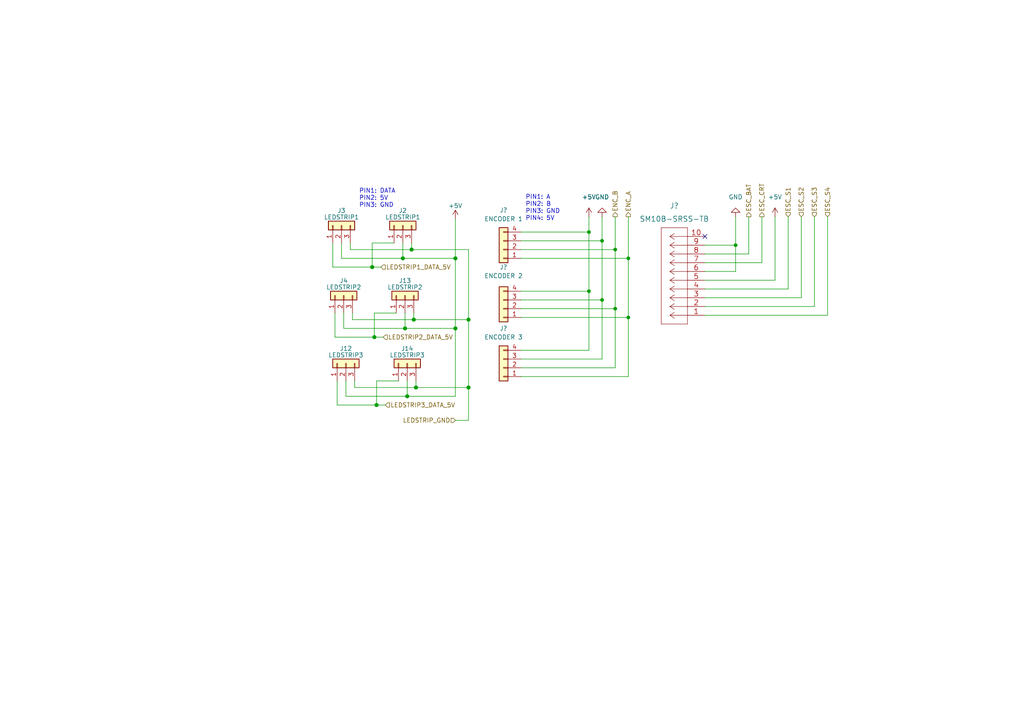
<source format=kicad_sch>
(kicad_sch (version 20211123) (generator eeschema)
  (paper "A4")
  (lib_symbols
    (symbol "Connector_Generic:Conn_01x03" (pin_names (offset 1.016) hide)
      (property "Reference" "J" (at 0 5.08 0))
      (property "Value" "Conn_01x03" (at 0 -5.08 0))
      (symbol "Conn_01x03_1_1"
        (rectangle (start -1.27 -2.413) (end 0 -2.667) (stroke (width 0.1524)))
        (rectangle (start -1.27 0.127) (end 0 -0.127) (stroke (width 0.1524)))
        (rectangle (start -1.27 2.667) (end 0 2.413) (stroke (width 0.1524)))
        (rectangle (start -1.27 3.81) (end 1.27 -3.81) (stroke (width 0.254)) (fill (type background)))
        (pin passive line (at -5.08 2.54 0) (length 3.81) (name "Pin_1") (number "1"))
        (pin passive line (at -5.08 0 0) (length 3.81) (name "Pin_2") (number "2"))
        (pin passive line (at -5.08 -2.54 0) (length 3.81) (name "Pin_3") (number "3"))
      )
    )
    (symbol "Connector_Generic:Conn_01x04" (pin_names (offset 1.016) hide)
      (property "Reference" "J" (at 0 5.08 0))
      (property "Value" "Conn_01x04" (at 0 -7.62 0))
      (symbol "Conn_01x04_1_1"
        (rectangle (start -1.27 -4.953) (end 0 -5.207) (stroke (width 0.1524)))
        (rectangle (start -1.27 -2.413) (end 0 -2.667) (stroke (width 0.1524)))
        (rectangle (start -1.27 0.127) (end 0 -0.127) (stroke (width 0.1524)))
        (rectangle (start -1.27 2.667) (end 0 2.413) (stroke (width 0.1524)))
        (rectangle (start -1.27 3.81) (end 1.27 -6.35) (stroke (width 0.254)) (fill (type background)))
        (pin passive line (at -5.08 2.54 0) (length 3.81) (name "Pin_1") (number "1"))
        (pin passive line (at -5.08 0 0) (length 3.81) (name "Pin_2") (number "2"))
        (pin passive line (at -5.08 -2.54 0) (length 3.81) (name "Pin_3") (number "3"))
        (pin passive line (at -5.08 -5.08 0) (length 3.81) (name "Pin_4") (number "4"))
      )
    )
    (symbol "SM10B-SRSS-TB:SM10B-SRSS-TB" (pin_names (offset 0.254) hide)
      (property "Reference" "J" (at 8.89 6.35 0))
      (property "Value" "SM10B-SRSS-TB" (at 10.16 -10.16 0))
      (symbol "SM10B-SRSS-TB_1_1"
        (polyline (pts (xy 5.08 -25.4) (xy 12.7 -25.4)) (stroke (width 0.127)))
        (polyline (pts (xy 5.08 2.54) (xy 5.08 -25.4)) (stroke (width 0.127)))
        (polyline (pts (xy 10.16 -22.86) (xy 5.08 -22.86)) (stroke (width 0.127)))
        (polyline (pts (xy 10.16 -22.86) (xy 8.89 -23.6982)) (stroke (width 0.127)))
        (polyline (pts (xy 10.16 -22.86) (xy 8.89 -22.0218)) (stroke (width 0.127)))
        (polyline (pts (xy 10.16 -20.32) (xy 5.08 -20.32)) (stroke (width 0.127)))
        (polyline (pts (xy 10.16 -20.32) (xy 8.89 -21.1582)) (stroke (width 0.127)))
        (polyline (pts (xy 10.16 -20.32) (xy 8.89 -19.4818)) (stroke (width 0.127)))
        (polyline (pts (xy 10.16 -17.78) (xy 5.08 -17.78)) (stroke (width 0.127)))
        (polyline (pts (xy 10.16 -17.78) (xy 8.89 -18.6182)) (stroke (width 0.127)))
        (polyline (pts (xy 10.16 -17.78) (xy 8.89 -16.9418)) (stroke (width 0.127)))
        (polyline (pts (xy 10.16 -15.24) (xy 5.08 -15.24)) (stroke (width 0.127)))
        (polyline (pts (xy 10.16 -15.24) (xy 8.89 -16.0782)) (stroke (width 0.127)))
        (polyline (pts (xy 10.16 -15.24) (xy 8.89 -14.4018)) (stroke (width 0.127)))
        (polyline (pts (xy 10.16 -12.7) (xy 5.08 -12.7)) (stroke (width 0.127)))
        (polyline (pts (xy 10.16 -12.7) (xy 8.89 -13.5382)) (stroke (width 0.127)))
        (polyline (pts (xy 10.16 -12.7) (xy 8.89 -11.8618)) (stroke (width 0.127)))
        (polyline (pts (xy 10.16 -10.16) (xy 5.08 -10.16)) (stroke (width 0.127)))
        (polyline (pts (xy 10.16 -10.16) (xy 8.89 -10.9982)) (stroke (width 0.127)))
        (polyline (pts (xy 10.16 -10.16) (xy 8.89 -9.3218)) (stroke (width 0.127)))
        (polyline (pts (xy 10.16 -7.62) (xy 5.08 -7.62)) (stroke (width 0.127)))
        (polyline (pts (xy 10.16 -7.62) (xy 8.89 -8.4582)) (stroke (width 0.127)))
        (polyline (pts (xy 10.16 -7.62) (xy 8.89 -6.7818)) (stroke (width 0.127)))
        (polyline (pts (xy 10.16 -5.08) (xy 5.08 -5.08)) (stroke (width 0.127)))
        (polyline (pts (xy 10.16 -5.08) (xy 8.89 -5.9182)) (stroke (width 0.127)))
        (polyline (pts (xy 10.16 -5.08) (xy 8.89 -4.2418)) (stroke (width 0.127)))
        (polyline (pts (xy 10.16 -2.54) (xy 5.08 -2.54)) (stroke (width 0.127)))
        (polyline (pts (xy 10.16 -2.54) (xy 8.89 -3.3782)) (stroke (width 0.127)))
        (polyline (pts (xy 10.16 -2.54) (xy 8.89 -1.7018)) (stroke (width 0.127)))
        (polyline (pts (xy 10.16 0) (xy 5.08 0)) (stroke (width 0.127)))
        (polyline (pts (xy 10.16 0) (xy 8.89 -0.8382)) (stroke (width 0.127)))
        (polyline (pts (xy 10.16 0) (xy 8.89 0.8382)) (stroke (width 0.127)))
        (polyline (pts (xy 12.7 -25.4) (xy 12.7 2.54)) (stroke (width 0.127)))
        (polyline (pts (xy 12.7 2.54) (xy 5.08 2.54)) (stroke (width 0.127)))
        (pin unspecified line (at 0 0 0) (length 5.08) (name "1") (number "1"))
        (pin unspecified line (at 0 -22.86 0) (length 5.08) (name "10") (number "10"))
        (pin unspecified line (at 0 -2.54 0) (length 5.08) (name "2") (number "2"))
        (pin unspecified line (at 0 -5.08 0) (length 5.08) (name "3") (number "3"))
        (pin unspecified line (at 0 -7.62 0) (length 5.08) (name "4") (number "4"))
        (pin unspecified line (at 0 -10.16 0) (length 5.08) (name "5") (number "5"))
        (pin unspecified line (at 0 -12.7 0) (length 5.08) (name "6") (number "6"))
        (pin unspecified line (at 0 -15.24 0) (length 5.08) (name "7") (number "7"))
        (pin unspecified line (at 0 -17.78 0) (length 5.08) (name "8") (number "8"))
        (pin unspecified line (at 0 -20.32 0) (length 5.08) (name "9") (number "9"))
      )
    )
    (symbol "power:+5V" (power) (pin_names (offset 0))
      (property "Value" "+5V" (at 0 3.556 0))
      (symbol "+5V_0_1"
        (polyline (pts (xy -0.762 1.27) (xy 0 2.54)))
        (polyline (pts (xy 0 0) (xy 0 2.54)))
        (polyline (pts (xy 0 2.54) (xy 0.762 1.27)))
      )
      (symbol "+5V_1_1"
        (pin power_in line (at 0 0 90) (length 0) hide (name "+5V") (number "1"))
      )
    )
    (symbol "power:GND" (power) (pin_names (offset 0))
      (property "Value" "GND" (at 0 -3.81 0))
      (symbol "GND_0_1"
        (polyline (pts (xy 0 0) (xy 0 -1.27) (xy 1.27 -1.27) (xy 0 -2.54) (xy -1.27 -1.27) (xy 0 -1.27)))
      )
      (symbol "GND_1_1"
        (pin power_in line (at 0 0 270) (length 0) hide (name "GND") (number "1"))
      )
    )
  )
  (junction (at 116.84 74.93) (diameter 1.016))
  (junction (at 182.245 74.93))
  (junction (at 120.015 92.71) (diameter 1.016))
  (junction (at 135.89 112.395) (diameter 1.016))
  (junction (at 170.815 67.31))
  (junction (at 178.435 72.39))
  (junction (at 109.22 117.475) (diameter 1.016))
  (junction (at 174.625 69.85))
  (junction (at 182.245 92.075))
  (junction (at 132.08 74.93) (diameter 1.016))
  (junction (at 120.65 112.395) (diameter 1.016))
  (junction (at 118.11 114.935) (diameter 1.016))
  (junction (at 117.475 95.25) (diameter 1.016))
  (junction (at 132.08 95.25) (diameter 1.016))
  (junction (at 107.95 77.47) (diameter 1.016))
  (junction (at 119.38 72.39) (diameter 1.016))
  (junction (at 174.625 86.995))
  (junction (at 108.585 97.79) (diameter 1.016))
  (junction (at 170.815 84.455))
  (junction (at 178.435 89.535))
  (junction (at 135.89 92.71) (diameter 1.016))
  (junction (at 213.36 71.12))
  (no_connect (at 204.47 68.58))
  (wire (pts (xy 120.015 90.805) (xy 120.015 92.71)))
  (wire (pts (xy 109.22 117.475) (xy 109.22 110.49)))
  (wire (pts (xy 151.13 69.85) (xy 174.625 69.85)))
  (wire (pts (xy 120.65 112.395) (xy 135.89 112.395)))
  (wire (pts (xy 111.76 117.475) (xy 109.22 117.475)))
  (wire (pts (xy 132.08 121.92) (xy 135.89 121.92)))
  (wire (pts (xy 102.87 112.395) (xy 120.65 112.395)))
  (wire (pts (xy 174.625 104.14) (xy 174.625 86.995)))
  (wire (pts (xy 111.125 97.79) (xy 108.585 97.79)))
  (wire (pts (xy 132.08 95.25) (xy 132.08 114.935)))
  (wire (pts (xy 170.815 84.455) (xy 170.815 67.31)))
  (wire (pts (xy 108.585 97.79) (xy 108.585 90.805)))
  (wire (pts (xy 151.13 67.31) (xy 170.815 67.31)))
  (wire (pts (xy 102.235 92.71) (xy 102.235 90.805)))
  (wire (pts (xy 100.33 114.935) (xy 118.11 114.935)))
  (wire (pts (xy 170.815 67.31) (xy 170.815 62.865)))
  (wire (pts (xy 107.95 77.47) (xy 96.52 77.47)))
  (wire (pts (xy 96.52 77.47) (xy 96.52 70.485)))
  (wire (pts (xy 204.47 83.82) (xy 228.6 83.82)))
  (wire (pts (xy 204.47 71.12) (xy 213.36 71.12)))
  (wire (pts (xy 102.87 112.395) (xy 102.87 110.49)))
  (wire (pts (xy 132.08 74.93) (xy 132.08 95.25)))
  (wire (pts (xy 178.435 72.39) (xy 178.435 89.535)))
  (wire (pts (xy 151.13 104.14) (xy 174.625 104.14)))
  (wire (pts (xy 102.235 92.71) (xy 120.015 92.71)))
  (wire (pts (xy 110.49 77.47) (xy 107.95 77.47)))
  (wire (pts (xy 108.585 97.79) (xy 97.155 97.79)))
  (wire (pts (xy 151.13 72.39) (xy 178.435 72.39)))
  (wire (pts (xy 116.84 70.485) (xy 116.84 74.93)))
  (wire (pts (xy 213.36 78.74) (xy 213.36 71.12)))
  (wire (pts (xy 204.47 76.2) (xy 220.98 76.2)))
  (wire (pts (xy 132.08 114.935) (xy 118.11 114.935)))
  (wire (pts (xy 108.585 90.805) (xy 114.935 90.805)))
  (wire (pts (xy 182.245 109.22) (xy 182.245 92.075)))
  (wire (pts (xy 109.22 117.475) (xy 97.79 117.475)))
  (wire (pts (xy 135.89 72.39) (xy 135.89 92.71)))
  (wire (pts (xy 174.625 86.995) (xy 174.625 69.85)))
  (wire (pts (xy 132.08 63.5) (xy 132.08 74.93)))
  (wire (pts (xy 151.13 109.22) (xy 182.245 109.22)))
  (wire (pts (xy 107.95 70.485) (xy 114.3 70.485)))
  (wire (pts (xy 117.475 90.805) (xy 117.475 95.25)))
  (wire (pts (xy 224.79 81.28) (xy 224.79 62.865)))
  (wire (pts (xy 151.13 106.68) (xy 178.435 106.68)))
  (wire (pts (xy 101.6 72.39) (xy 119.38 72.39)))
  (wire (pts (xy 178.435 89.535) (xy 178.435 106.68)))
  (wire (pts (xy 178.435 62.865) (xy 178.435 72.39)))
  (wire (pts (xy 228.6 83.82) (xy 228.6 62.865)))
  (wire (pts (xy 101.6 72.39) (xy 101.6 70.485)))
  (wire (pts (xy 204.47 86.36) (xy 232.41 86.36)))
  (wire (pts (xy 204.47 81.28) (xy 224.79 81.28)))
  (wire (pts (xy 240.03 91.44) (xy 240.03 62.865)))
  (wire (pts (xy 97.155 97.79) (xy 97.155 90.805)))
  (wire (pts (xy 116.84 74.93) (xy 132.08 74.93)))
  (wire (pts (xy 204.47 78.74) (xy 213.36 78.74)))
  (wire (pts (xy 97.79 117.475) (xy 97.79 110.49)))
  (wire (pts (xy 204.47 91.44) (xy 240.03 91.44)))
  (wire (pts (xy 99.06 74.93) (xy 116.84 74.93)))
  (wire (pts (xy 99.695 95.25) (xy 99.695 90.805)))
  (wire (pts (xy 109.22 110.49) (xy 115.57 110.49)))
  (wire (pts (xy 204.47 88.9) (xy 236.22 88.9)))
  (wire (pts (xy 99.06 74.93) (xy 99.06 70.485)))
  (wire (pts (xy 151.13 92.075) (xy 182.245 92.075)))
  (wire (pts (xy 118.11 110.49) (xy 118.11 114.935)))
  (wire (pts (xy 151.13 86.995) (xy 174.625 86.995)))
  (wire (pts (xy 135.89 92.71) (xy 135.89 112.395)))
  (wire (pts (xy 151.13 101.6) (xy 170.815 101.6)))
  (wire (pts (xy 204.47 73.66) (xy 217.17 73.66)))
  (wire (pts (xy 217.17 73.66) (xy 217.17 62.865)))
  (wire (pts (xy 135.89 72.39) (xy 119.38 72.39)))
  (wire (pts (xy 120.65 110.49) (xy 120.65 112.395)))
  (wire (pts (xy 135.89 112.395) (xy 135.89 121.92)))
  (wire (pts (xy 182.245 92.075) (xy 182.245 74.93)))
  (wire (pts (xy 236.22 88.9) (xy 236.22 62.865)))
  (wire (pts (xy 120.015 92.71) (xy 135.89 92.71)))
  (wire (pts (xy 151.13 74.93) (xy 182.245 74.93)))
  (wire (pts (xy 170.815 101.6) (xy 170.815 84.455)))
  (wire (pts (xy 232.41 86.36) (xy 232.41 62.865)))
  (wire (pts (xy 100.33 114.935) (xy 100.33 110.49)))
  (wire (pts (xy 213.36 71.12) (xy 213.36 62.865)))
  (wire (pts (xy 220.98 76.2) (xy 220.98 62.865)))
  (wire (pts (xy 107.95 77.47) (xy 107.95 70.485)))
  (wire (pts (xy 99.695 95.25) (xy 117.475 95.25)))
  (wire (pts (xy 151.13 84.455) (xy 170.815 84.455)))
  (wire (pts (xy 132.08 95.25) (xy 117.475 95.25)))
  (wire (pts (xy 119.38 70.485) (xy 119.38 72.39)))
  (wire (pts (xy 174.625 69.85) (xy 174.625 62.865)))
  (wire (pts (xy 151.13 89.535) (xy 178.435 89.535)))
  (wire (pts (xy 182.245 74.93) (xy 182.245 62.865)))
  (text "PIN1: A\nPIN2: B\nPIN3: GND\nPIN4: 5V" (at 152.4 64.135 0) (effects (font (size 1.27 1.27)) (justify left bottom)))
  (text "PIN1: DATA\nPIN2: 5V\nPIN3: GND" (at 104.14 60.325 0) (effects (font (size 1.27 1.27)) (justify left bottom)))
  (hierarchical_label "LEDSTRIP2_DATA_5V" (shape input) (at 111.125 97.79 0))
  (hierarchical_label "LEDSTRIP_GND" (shape input) (at 132.08 121.92 180))
  (hierarchical_label "ESC_S1" (shape input) (at 228.6 62.865 90))
  (hierarchical_label "ENC_A" (shape output) (at 182.245 62.865 90))
  (hierarchical_label "LEDSTRIP3_DATA_5V" (shape input) (at 111.76 117.475 0))
  (hierarchical_label "ESC_CRT" (shape output) (at 220.98 62.865 90))
  (hierarchical_label "ENC_B" (shape output) (at 178.435 62.865 90))
  (hierarchical_label "LEDSTRIP1_DATA_5V" (shape input) (at 110.49 77.47 0))
  (hierarchical_label "ESC_S4" (shape input) (at 240.03 62.865 90))
  (hierarchical_label "ESC_S3" (shape input) (at 236.22 62.865 90))
  (hierarchical_label "ESC_S2" (shape input) (at 232.41 62.865 90))
  (hierarchical_label "ESC_BAT" (shape output) (at 217.17 62.865 90))
  (symbol (lib_id "SM10B-SRSS-TB:SM10B-SRSS-TB") (at 204.47 91.44 180) (unit 1)
    (property "Reference" "J?" (at 195.58 59.69 0) (effects (font (size 1.524 1.524))))
    (property "Value" "SM10B-SRSS-TB" (at 195.58 63.5 0) (effects (font (size 1.524 1.524))))
    (property "Footprint" "CONN_SM10B-SRSS-TB_JST" (effects hide))
  )
  (symbol (lib_id "Connector_Generic:Conn_01x04") (at 146.05 72.39 180) (unit 1)
    (property "Reference" "J?" (at 146.05 60.96 0))
    (property "Value" "ENCODER 1" (at 146.05 63.5 0))
  )
  (symbol (lib_id "power:GND") (at 213.36 62.865 180) (unit 1)
    (property "Reference" "#PWR?" (effects hide))
    (property "Value" "GND" (at 213.36 57.15 0))
  )
  (symbol (lib_id "Connector_Generic:Conn_01x04") (at 146.05 106.68 180) (unit 1)
    (property "Reference" "J?" (at 146.05 95.25 0))
    (property "Value" "ENCODER 3" (at 146.05 97.79 0))
  )
  (symbol (lib_id "power:+5V") (at 224.79 62.865 0) (unit 1)
    (property "Reference" "#PWR?" (effects hide))
    (property "Value" "+5V" (at 224.79 57.15 0))
  )
  (symbol (lib_id "Connector_Generic:Conn_01x03") (at 99.695 85.725 90) (unit 1)
    (property "Reference" "J4" (at 99.695 81.407 90))
    (property "Value" "LEDSTRIP2" (at 99.695 83.312 90))
    (property "Footprint" "B3B-PH-SM4:JST_B3B-PH-SM4-TB(LF)(SN)" (effects hide))
  )
  (symbol (lib_id "Connector_Generic:Conn_01x03") (at 118.11 105.41 90) (unit 1)
    (property "Reference" "J14" (at 118.11 101.092 90))
    (property "Value" "LEDSTRIP3" (at 118.11 102.997 90))
    (property "Footprint" "B3B-PH-SM4:JST_B3B-PH-SM4-TB(LF)(SN)" (effects hide))
  )
  (symbol (lib_id "power:+5V") (at 170.815 62.865 0) (unit 1)
    (property "Reference" "#PWR?" (effects hide))
    (property "Value" "+5V" (at 170.815 57.15 0))
  )
  (symbol (lib_id "power:GND") (at 174.625 62.865 180) (unit 1)
    (property "Reference" "#PWR?" (effects hide))
    (property "Value" "GND" (at 174.625 57.15 0))
  )
  (symbol (lib_id "Connector_Generic:Conn_01x03") (at 99.06 65.405 90) (unit 1)
    (property "Reference" "J3" (at 99.06 61.087 90))
    (property "Value" "LEDSTRIP1" (at 99.06 62.992 90))
    (property "Footprint" "B3B-PH-SM4:JST_B3B-PH-SM4-TB(LF)(SN)" (effects hide))
  )
  (symbol (lib_id "Connector_Generic:Conn_01x03") (at 116.84 65.405 90) (unit 1)
    (property "Reference" "J2" (at 116.84 61.087 90))
    (property "Value" "LEDSTRIP1" (at 116.84 62.992 90))
    (property "Footprint" "B3B-PH-SM4:JST_B3B-PH-SM4-TB(LF)(SN)" (effects hide))
  )
  (symbol (lib_id "Connector_Generic:Conn_01x04") (at 146.05 89.535 180) (unit 1)
    (property "Reference" "J?" (at 146.05 77.47 0))
    (property "Value" "ENCODER 2" (at 146.05 80.01 0))
  )
  (symbol (lib_id "power:+5V") (at 132.08 63.5 0) (unit 1)
    (property "Reference" "#PWR021" (effects hide))
    (property "Value" "+5V" (at 132.08 59.69 0))
  )
  (symbol (lib_id "Connector_Generic:Conn_01x03") (at 100.33 105.41 90) (unit 1)
    (property "Reference" "J12" (at 100.33 101.092 90))
    (property "Value" "LEDSTRIP3" (at 100.33 102.997 90))
    (property "Footprint" "B3B-PH-SM4:JST_B3B-PH-SM4-TB(LF)(SN)" (effects hide))
  )
  (symbol (lib_id "Connector_Generic:Conn_01x03") (at 117.475 85.725 90) (unit 1)
    (property "Reference" "J13" (at 117.475 81.407 90))
    (property "Value" "LEDSTRIP2" (at 117.475 83.312 90))
    (property "Footprint" "B3B-PH-SM4:JST_B3B-PH-SM4-TB(LF)(SN)" (effects hide))
  )
)
</source>
